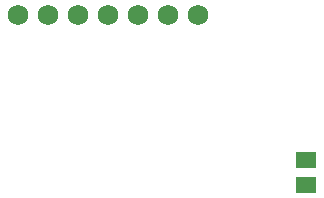
<source format=gbs>
G04*
G04 #@! TF.GenerationSoftware,Altium Limited,Altium Designer,20.1.14 (287)*
G04*
G04 Layer_Color=16711935*
%FSLAX25Y25*%
%MOIN*%
G70*
G04*
G04 #@! TF.SameCoordinates,ED3C4BB4-71E9-4A6E-9139-F99DAA76467E*
G04*
G04*
G04 #@! TF.FilePolarity,Negative*
G04*
G01*
G75*
%ADD32R,0.06902X0.05721*%
%ADD36C,0.06800*%
D32*
X203000Y104465D02*
D03*
Y112535D02*
D03*
D36*
X107000Y161000D02*
D03*
X117000D02*
D03*
X127000D02*
D03*
X137000D02*
D03*
X147000D02*
D03*
X157000D02*
D03*
X167000D02*
D03*
M02*

</source>
